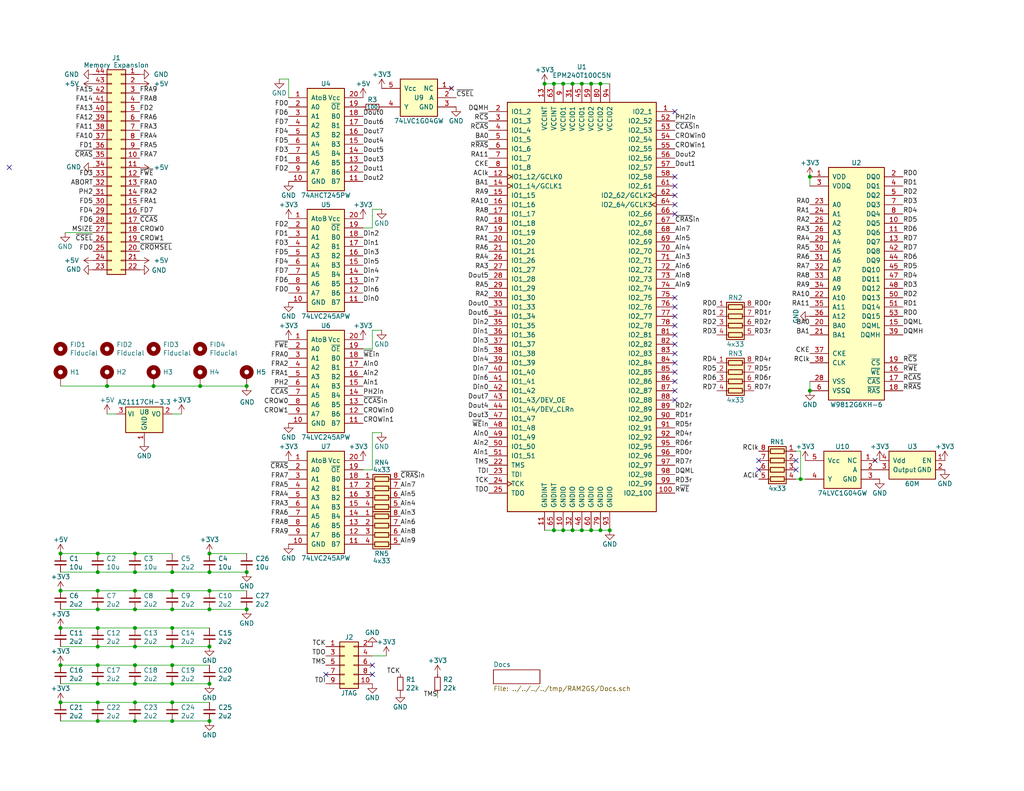
<source format=kicad_sch>
(kicad_sch (version 20230121) (generator eeschema)
  (paper "USLetter")
  (title_block (title "GW4201D (RAM2GS II)") (date "2021-03-02") (rev "1.2") (company "Garrett's Workshop"))
  (junction (at 57.15 186.69))
  (junction (at 26.67 166.37))
  (junction (at 46.99 176.53))
  (junction (at 67.31 166.37))
  (junction (at 46.99 186.69))
  (junction (at 36.83 156.21))
  (junction (at 220.98 48.26))
  (junction (at 16.51 151.13))
  (junction (at 46.99 161.29))
  (junction (at 26.67 181.61))
  (junction (at 57.15 161.29))
  (junction (at 26.67 151.13))
  (junction (at 46.99 196.85))
  (junction (at 57.15 166.37))
  (junction (at 26.67 191.77))
  (junction (at 36.83 181.61))
  (junction (at 29.21 105.41))
  (junction (at 148.59 22.86))
  (junction (at 46.99 171.45))
  (junction (at 67.31 105.41))
  (junction (at 153.67 22.86))
  (junction (at 26.67 186.69))
  (junction (at 26.67 161.29))
  (junction (at 26.67 176.53))
  (junction (at 46.99 181.61))
  (junction (at 161.29 22.86))
  (junction (at 163.83 144.78))
  (junction (at 46.99 191.77))
  (junction (at 36.83 186.69))
  (junction (at 57.15 196.85))
  (junction (at 16.51 161.29))
  (junction (at 57.15 151.13))
  (junction (at 220.98 106.68))
  (junction (at 54.61 105.41))
  (junction (at 26.67 171.45))
  (junction (at 36.83 166.37))
  (junction (at 46.99 156.21))
  (junction (at 36.83 196.85))
  (junction (at 151.13 144.78))
  (junction (at 156.21 22.86))
  (junction (at 36.83 176.53))
  (junction (at 156.21 144.78))
  (junction (at 36.83 151.13))
  (junction (at 163.83 22.86))
  (junction (at 153.67 144.78))
  (junction (at 57.15 176.53))
  (junction (at 158.75 144.78))
  (junction (at 26.67 196.85))
  (junction (at 218.44 130.81))
  (junction (at 36.83 171.45))
  (junction (at 161.29 144.78))
  (junction (at 166.37 144.78))
  (junction (at 151.13 22.86))
  (junction (at 46.99 166.37))
  (junction (at 26.67 156.21))
  (junction (at 36.83 161.29))
  (junction (at 57.15 156.21))
  (junction (at 41.91 105.41))
  (junction (at 158.75 22.86))
  (junction (at 67.31 156.21))
  (junction (at 16.51 191.77))
  (junction (at 16.51 171.45))
  (junction (at 36.83 191.77))
  (junction (at 16.51 181.61))
  (no_connect (at 184.15 99.06))
  (no_connect (at 101.6 184.15))
  (no_connect (at 184.15 88.9))
  (no_connect (at 184.15 83.82))
  (no_connect (at 184.15 58.42))
  (no_connect (at 184.15 93.98))
  (no_connect (at 184.15 101.6))
  (no_connect (at 184.15 48.26))
  (no_connect (at 217.17 125.73))
  (no_connect (at 184.15 106.68))
  (no_connect (at 184.15 104.14))
  (no_connect (at 184.15 96.52))
  (no_connect (at 238.76 125.73))
  (no_connect (at 184.15 86.36))
  (no_connect (at 184.15 91.44))
  (no_connect (at 184.15 30.48))
  (no_connect (at 184.15 53.34))
  (no_connect (at 184.15 109.22))
  (no_connect (at 184.15 81.28))
  (no_connect (at 101.6 181.61))
  (no_connect (at 217.17 128.27))
  (no_connect (at 184.15 50.8))
  (no_connect (at 207.01 128.27))
  (no_connect (at 2.54 45.72))
  (no_connect (at 207.01 125.73))
  (no_connect (at 123.19 24.13))
  (no_connect (at 88.9 184.15))
  (no_connect (at 184.15 55.88))
  (wire (pts (xy 46.99 181.61) (xy 57.15 181.61)))
  (wire (pts (xy 29.21 105.41) (xy 41.91 105.41)))
  (wire (pts (xy 26.67 176.53) (xy 36.83 176.53)))
  (wire (pts (xy 46.99 161.29) (xy 57.15 161.29)))
  (wire (pts (xy 36.83 156.21) (xy 46.99 156.21)))
  (wire (pts (xy 218.44 123.19) (xy 217.17 123.19)))
  (wire (pts (xy 36.83 166.37) (xy 46.99 166.37)))
  (wire (pts (xy 17.78 63.5) (xy 25.4 63.5)))
  (wire (pts (xy 16.51 191.77) (xy 26.67 191.77)))
  (wire (pts (xy 41.91 105.41) (xy 54.61 105.41)))
  (wire (pts (xy 16.51 161.29) (xy 26.67 161.29)))
  (wire (pts (xy 36.83 196.85) (xy 46.99 196.85)))
  (wire (pts (xy 217.17 130.81) (xy 218.44 130.81)))
  (wire (pts (xy 218.44 130.81) (xy 218.44 123.19)))
  (wire (pts (xy 67.31 161.29) (xy 57.15 161.29)))
  (wire (pts (xy 158.75 144.78) (xy 161.29 144.78)))
  (wire (pts (xy 46.99 171.45) (xy 57.15 171.45)))
  (wire (pts (xy 26.67 161.29) (xy 36.83 161.29)))
  (wire (pts (xy 36.83 151.13) (xy 46.99 151.13)))
  (wire (pts (xy 36.83 186.69) (xy 46.99 186.69)))
  (wire (pts (xy 220.98 106.68) (xy 220.98 104.14)))
  (wire (pts (xy 26.67 196.85) (xy 36.83 196.85)))
  (wire (pts (xy 153.67 144.78) (xy 156.21 144.78)))
  (wire (pts (xy 26.67 151.13) (xy 36.83 151.13)))
  (wire (pts (xy 105.41 179.07) (xy 101.6 179.07)))
  (wire (pts (xy 119.38 190.5) (xy 119.38 189.23)))
  (wire (pts (xy 16.51 186.69) (xy 26.67 186.69)))
  (wire (pts (xy 16.51 151.13) (xy 26.67 151.13)))
  (wire (pts (xy 16.51 171.45) (xy 26.67 171.45)))
  (wire (pts (xy 57.15 166.37) (xy 67.31 166.37)))
  (wire (pts (xy 57.15 156.21) (xy 67.31 156.21)))
  (wire (pts (xy 46.99 186.69) (xy 57.15 186.69)))
  (wire (pts (xy 16.51 166.37) (xy 26.67 166.37)))
  (wire (pts (xy 158.75 22.86) (xy 161.29 22.86)))
  (wire (pts (xy 46.99 156.21) (xy 57.15 156.21)))
  (wire (pts (xy 101.6 95.25) (xy 101.6 90.17)))
  (wire (pts (xy 46.99 191.77) (xy 57.15 191.77)))
  (wire (pts (xy 36.83 181.61) (xy 46.99 181.61)))
  (wire (pts (xy 101.6 90.17) (xy 104.14 90.17)))
  (wire (pts (xy 148.59 22.86) (xy 151.13 22.86)))
  (wire (pts (xy 46.99 176.53) (xy 57.15 176.53)))
  (wire (pts (xy 26.67 186.69) (xy 36.83 186.69)))
  (wire (pts (xy 156.21 144.78) (xy 158.75 144.78)))
  (wire (pts (xy 151.13 144.78) (xy 153.67 144.78)))
  (wire (pts (xy 101.6 95.25) (xy 99.06 95.25)))
  (wire (pts (xy 46.99 166.37) (xy 57.15 166.37)))
  (wire (pts (xy 101.6 62.23) (xy 99.06 62.23)))
  (wire (pts (xy 46.99 196.85) (xy 57.15 196.85)))
  (wire (pts (xy 153.67 22.86) (xy 156.21 22.86)))
  (wire (pts (xy 101.6 57.15) (xy 104.14 57.15)))
  (wire (pts (xy 78.74 26.67) (xy 78.74 21.59)))
  (wire (pts (xy 16.51 181.61) (xy 26.67 181.61)))
  (wire (pts (xy 156.21 22.86) (xy 158.75 22.86)))
  (wire (pts (xy 161.29 22.86) (xy 163.83 22.86)))
  (wire (pts (xy 151.13 22.86) (xy 153.67 22.86)))
  (wire (pts (xy 26.67 171.45) (xy 36.83 171.45)))
  (wire (pts (xy 220.98 48.26) (xy 220.98 50.8)))
  (wire (pts (xy 26.67 181.61) (xy 36.83 181.61)))
  (wire (pts (xy 36.83 171.45) (xy 46.99 171.45)))
  (wire (pts (xy 161.29 144.78) (xy 163.83 144.78)))
  (wire (pts (xy 101.6 62.23) (xy 101.6 57.15)))
  (wire (pts (xy 26.67 166.37) (xy 36.83 166.37)))
  (wire (pts (xy 26.67 191.77) (xy 36.83 191.77)))
  (wire (pts (xy 163.83 144.78) (xy 166.37 144.78)))
  (wire (pts (xy 101.6 118.11) (xy 104.14 118.11)))
  (wire (pts (xy 29.21 113.03) (xy 31.75 113.03)))
  (wire (pts (xy 16.51 176.53) (xy 26.67 176.53)))
  (wire (pts (xy 16.51 105.41) (xy 29.21 105.41)))
  (wire (pts (xy 16.51 196.85) (xy 26.67 196.85)))
  (wire (pts (xy 67.31 151.13) (xy 57.15 151.13)))
  (wire (pts (xy 218.44 130.81) (xy 219.71 130.81)))
  (wire (pts (xy 26.67 156.21) (xy 36.83 156.21)))
  (wire (pts (xy 148.59 144.78) (xy 151.13 144.78)))
  (wire (pts (xy 163.83 22.86) (xy 166.37 22.86)))
  (wire (pts (xy 16.51 156.21) (xy 26.67 156.21)))
  (wire (pts (xy 101.6 118.11) (xy 101.6 128.27)))
  (wire (pts (xy 36.83 161.29) (xy 46.99 161.29)))
  (wire (pts (xy 49.53 113.03) (xy 46.99 113.03)))
  (wire (pts (xy 36.83 191.77) (xy 46.99 191.77)))
  (wire (pts (xy 36.83 176.53) (xy 46.99 176.53)))
  (wire (pts (xy 101.6 128.27) (xy 99.06 128.27)))
  (wire (pts (xy 78.74 21.59) (xy 76.2 21.59)))
  (wire (pts (xy 54.61 105.41) (xy 67.31 105.41)))
  (label "Din7" (at 133.35 101.6 180))
  (label "CROW0" (at 78.74 110.49 180))
  (label "ABORT" (at 25.4 50.8 180))
  (label "~{CCAS}" (at 78.74 107.95 180))
  (label "RA9" (at 133.35 53.34 180))
  (label "FRA2" (at 78.74 100.33 180))
  (label "FD3" (at 78.74 67.31 180))
  (label "~{CRAS}in" (at 184.15 60.96 0))
  (label "MSIZE" (at 25.4 63.5 180))
  (label "Ain3" (at 109.22 140.97 0))
  (label "~{CRAS}" (at 78.74 128.27 180))
  (label "Dout1" (at 99.06 46.99 0))
  (label "CROW1" (at 38.1 66.04 0))
  (label "RD6" (at 195.58 104.14 180))
  (label "FRA3" (at 38.1 35.56 0))
  (label "RD3" (at 246.38 55.88 0))
  (label "BA1" (at 220.98 91.44 180))
  (label "RD6" (at 246.38 71.12 0))
  (label "FRA0" (at 38.1 50.8 0))
  (label "FD5" (at 78.74 69.85 180))
  (label "RD5" (at 246.38 73.66 0))
  (label "RA7" (at 133.35 63.5 180))
  (label "FRA7" (at 38.1 43.18 0))
  (label "Din0" (at 133.35 106.68 180))
  (label "Dout5" (at 99.06 41.91 0))
  (label "~{FWE}" (at 78.74 95.25 180))
  (label "RD0" (at 246.38 86.36 0))
  (label "RA9" (at 220.98 78.74 180))
  (label "~{FWE}" (at 38.1 48.26 0))
  (label "FRA3" (at 78.74 138.43 180))
  (label "~{CCAS}" (at 38.1 60.96 0))
  (label "RD2r" (at 205.74 88.9 0))
  (label "Ain3" (at 184.15 71.12 0))
  (label "RA2" (at 133.35 81.28 180))
  (label "AClk" (at 207.01 130.81 180))
  (label "RD4" (at 195.58 99.06 180))
  (label "CKE" (at 220.98 96.52 180))
  (label "FD5" (at 25.4 55.88 180))
  (label "Din5" (at 99.06 72.39 0))
  (label "~{CROMSEL}" (at 38.1 68.58 0))
  (label "RA4" (at 220.98 66.04 180))
  (label "CROWin1" (at 99.06 115.57 0))
  (label "FRA9" (at 38.1 25.4 0))
  (label "DQMH" (at 133.35 30.48 180))
  (label "Ain6" (at 109.22 143.51 0))
  (label "FD1" (at 78.74 64.77 180))
  (label "FD4" (at 25.4 58.42 180))
  (label "TCK" (at 133.35 132.08 180))
  (label "FRA8" (at 78.74 143.51 180))
  (label "RA0" (at 133.35 60.96 180))
  (label "PH2in" (at 99.06 107.95 0))
  (label "Dout4" (at 99.06 39.37 0))
  (label "FRA5" (at 38.1 40.64 0))
  (label "DQML" (at 246.38 88.9 0))
  (label "R~{RAS}" (at 246.38 106.68 0))
  (label "R~{WE}" (at 184.15 134.62 0))
  (label "RD4" (at 246.38 58.42 0))
  (label "CROW1" (at 78.74 113.03 180))
  (label "Din3" (at 133.35 93.98 180))
  (label "RD0" (at 195.58 83.82 180))
  (label "TCK" (at 88.9 176.53 180))
  (label "R~{CAS}" (at 133.35 35.56 180))
  (label "FD2" (at 78.74 46.99 180))
  (label "Ain8" (at 109.22 146.05 0))
  (label "~{CSEL}" (at 124.46 26.67 0))
  (label "FRA2" (at 38.1 53.34 0))
  (label "CKE" (at 133.35 45.72 180))
  (label "Ain2" (at 99.06 102.87 0))
  (label "CROW0" (at 38.1 63.5 0))
  (label "RD4r" (at 184.15 119.38 0))
  (label "R~{CS}" (at 133.35 33.02 180))
  (label "RA6" (at 220.98 71.12 180))
  (label "RA8" (at 133.35 58.42 180))
  (label "RD0r" (at 184.15 124.46 0))
  (label "FRA9" (at 78.74 146.05 180))
  (label "RD3r" (at 184.15 132.08 0))
  (label "FD1" (at 78.74 44.45 180))
  (label "Din4" (at 133.35 99.06 180))
  (label "RA11" (at 133.35 43.18 180))
  (label "Din6" (at 99.06 80.01 0))
  (label "Ain2" (at 133.35 121.92 180))
  (label "FRA6" (at 38.1 33.02 0))
  (label "RD7r" (at 184.15 127 0))
  (label "CROWin0" (at 99.06 113.03 0))
  (label "Dout5" (at 133.35 76.2 180))
  (label "RD6" (at 246.38 63.5 0))
  (label "FD3" (at 78.74 41.91 180))
  (label "RClk" (at 220.98 99.06 180))
  (label "~{CCAS}in" (at 184.15 35.56 0))
  (label "RD5r" (at 205.74 101.6 0))
  (label "FA15" (at 25.4 25.4 180))
  (label "RD1r" (at 184.15 114.3 0))
  (label "RD3r" (at 205.74 91.44 0))
  (label "Ain7" (at 184.15 63.5 0))
  (label "CROWin0" (at 184.15 38.1 0))
  (label "R~{CS}" (at 246.38 99.06 0))
  (label "Dout1" (at 184.15 45.72 0))
  (label "RA5" (at 133.35 78.74 180))
  (label "Ain5" (at 184.15 66.04 0))
  (label "Din7" (at 99.06 77.47 0))
  (label "FD6" (at 25.4 60.96 180))
  (label "Din1" (at 133.35 91.44 180))
  (label "Dout0" (at 133.35 83.82 180))
  (label "Din6" (at 133.35 104.14 180))
  (label "RA10" (at 220.98 81.28 180))
  (label "AClk" (at 133.35 48.26 180))
  (label "R~{WE}" (at 246.38 101.6 0))
  (label "FA11" (at 25.4 35.56 180))
  (label "DQMH" (at 246.38 91.44 0))
  (label "RD5" (at 246.38 60.96 0))
  (label "TDO" (at 88.9 179.07 180))
  (label "RD2" (at 195.58 88.9 180))
  (label "FD2" (at 78.74 62.23 180))
  (label "FD7" (at 78.74 34.29 180))
  (label "RD2" (at 246.38 81.28 0))
  (label "FRA0" (at 78.74 97.79 180))
  (label "FD0" (at 25.4 68.58 180))
  (label "~{CRAS}" (at 25.4 43.18 180))
  (label "Ain1" (at 133.35 124.46 180))
  (label "Din2" (at 133.35 88.9 180))
  (label "Din4" (at 99.06 74.93 0))
  (label "RA7" (at 220.98 73.66 180))
  (label "Ain0" (at 133.35 119.38 180))
  (label "Din2" (at 99.06 64.77 0))
  (label "FD5" (at 78.74 39.37 180))
  (label "BA0" (at 220.98 88.9 180))
  (label "FRA5" (at 78.74 133.35 180))
  (label "FA13" (at 25.4 30.48 180))
  (label "RD4r" (at 205.74 99.06 0))
  (label "TMS" (at 88.9 181.61 180))
  (label "RClk" (at 207.01 123.19 180))
  (label "TMS" (at 119.38 190.5 180))
  (label "RD1" (at 195.58 86.36 180))
  (label "RD7r" (at 205.74 106.68 0))
  (label "FD0" (at 78.74 29.21 180))
  (label "RD2" (at 246.38 53.34 0))
  (label "~{WE}in" (at 133.35 116.84 180))
  (label "Ain8" (at 184.15 76.2 0))
  (label "TDI" (at 88.9 186.69 180))
  (label "RA3" (at 220.98 63.5 180))
  (label "FD7" (at 38.1 58.42 0))
  (label "FD7" (at 78.74 74.93 180))
  (label "FRA1" (at 78.74 102.87 180))
  (label "TMS" (at 133.35 127 180))
  (label "FD4" (at 78.74 36.83 180))
  (label "Din3" (at 99.06 69.85 0))
  (label "PH2" (at 78.74 105.41 180))
  (label "FD6" (at 78.74 31.75 180))
  (label "FD1" (at 25.4 40.64 180))
  (label "FRA4" (at 38.1 38.1 0))
  (label "FRA7" (at 78.74 130.81 180))
  (label "FRA6" (at 78.74 140.97 180))
  (label "Dout6" (at 133.35 86.36 180))
  (label "RA5" (at 220.98 68.58 180))
  (label "RD3" (at 246.38 78.74 0))
  (label "RA10" (at 133.35 55.88 180))
  (label "RA6" (at 133.35 68.58 180))
  (label "TDO" (at 133.35 134.62 180))
  (label "Dout2" (at 99.06 49.53 0))
  (label "Dout2" (at 184.15 43.18 0))
  (label "RD2r" (at 184.15 111.76 0))
  (label "PH2" (at 25.4 53.34 180))
  (label "Dout7" (at 99.06 36.83 0))
  (label "TCK" (at 109.22 184.15 180))
  (label "RA2" (at 220.98 60.96 180))
  (label "FRA4" (at 78.74 135.89 180))
  (label "RA1" (at 220.98 58.42 180))
  (label "Ain6" (at 184.15 73.66 0))
  (label "RA8" (at 220.98 76.2 180))
  (label "RD0r" (at 205.74 83.82 0))
  (label "Dout3" (at 133.35 114.3 180))
  (label "Dout0" (at 99.06 31.75 0))
  (label "RD6r" (at 184.15 121.92 0))
  (label "Dout6" (at 99.06 34.29 0))
  (label "RD7" (at 246.38 66.04 0))
  (label "RD1r" (at 205.74 86.36 0))
  (label "Ain5" (at 109.22 135.89 0))
  (label "FD0" (at 78.74 80.01 180))
  (label "RA11" (at 220.98 83.82 180))
  (label "PH2in" (at 184.15 33.02 0))
  (label "FD4" (at 78.74 72.39 180))
  (label "R~{CAS}" (at 246.38 104.14 0))
  (label "FD6" (at 78.74 77.47 180))
  (label "Ain7" (at 109.22 133.35 0))
  (label "FA12" (at 25.4 33.02 180))
  (label "Ain9" (at 109.22 148.59 0))
  (label "RD3" (at 195.58 91.44 180))
  (label "FD2" (at 38.1 30.48 0))
  (label "FD3" (at 25.4 48.26 180))
  (label "Dout4" (at 133.35 111.76 180))
  (label "RD6r" (at 205.74 104.14 0))
  (label "RD4" (at 246.38 76.2 0))
  (label "~{CRAS}in" (at 109.22 130.81 0))
  (label "RA4" (at 133.35 71.12 180))
  (label "RD5" (at 195.58 101.6 180))
  (label "Ain0" (at 99.06 100.33 0))
  (label "RD1" (at 246.38 50.8 0))
  (label "Dout3" (at 99.06 44.45 0))
  (label "RD7" (at 195.58 106.68 180))
  (label "DQML" (at 184.15 129.54 0))
  (label "FRA8" (at 38.1 27.94 0))
  (label "CROWin1" (at 184.15 40.64 0))
  (label "TDI" (at 133.35 129.54 180))
  (label "Ain9" (at 184.15 78.74 0))
  (label "FRA1" (at 38.1 55.88 0))
  (label "FA14" (at 25.4 27.94 180))
  (label "RA3" (at 133.35 73.66 180))
  (label "Ain4" (at 109.22 138.43 0))
  (label "FA10" (at 25.4 38.1 180))
  (label "RD0" (at 246.38 48.26 0))
  (label "~{CSEL}" (at 25.4 66.04 180))
  (label "BA0" (at 133.35 38.1 180))
  (label "~{CCAS}in" (at 99.06 110.49 0))
  (label "Din0" (at 99.06 82.55 0))
  (label "Din5" (at 133.35 96.52 180))
  (label "Ain4" (at 184.15 68.58 0))
  (label "~{WE}in" (at 99.06 97.79 0))
  (label "RA1" (at 133.35 66.04 180))
  (label "Din1" (at 99.06 67.31 0))
  (label "R~{RAS}" (at 133.35 40.64 180))
  (label "RD1" (at 246.38 83.82 0))
  (label "Dout7" (at 133.35 109.22 180))
  (label "BA1" (at 133.35 50.8 180))
  (label "RD5r" (at 184.15 116.84 0))
  (label "RD7" (at 246.38 68.58 0))
  (label "Ain1" (at 99.06 105.41 0))
  (label "RA0" (at 220.98 55.88 180))
  (symbol (lib_id "Connector_Generic:Conn_02x22_Counter_Clockwise") (at 33.02 45.72 0) (mirror y) (unit 1)
    (property "Reference" "J1" (at 31.75 16.51 0) (effects (justify bottom)))
    (property "Value" "Memory Expansion" (at 31.75 17.78 0))
    (property "Footprint" "stdpads:AppleIIgsMemoryExpansion_Edge" (effects hide))
  )
  (symbol (lib_id "power:GND") (at 38.1 20.32 90) (mirror x) (unit 1)
    (property "Reference" "#PWR0101" (effects hide))
    (property "Value" "GND" (at 41.91 20.32 90) (effects (justify right)))
  )
  (symbol (lib_id "power:GND") (at 25.4 20.32 270) (mirror x) (unit 1)
    (property "Reference" "#PWR0102" (effects hide))
    (property "Value" "GND" (at 21.59 20.32 90) (effects (justify right)))
  )
  (symbol (lib_id "power:GND") (at 25.4 73.66 270) (mirror x) (unit 1)
    (property "Reference" "#PWR0103" (effects hide))
    (property "Value" "GND" (at 22.1488 73.533 90) (effects (justify right)))
  )
  (symbol (lib_id "power:GND") (at 38.1 73.66 90) (mirror x) (unit 1)
    (property "Reference" "#PWR0104" (effects hide))
    (property "Value" "GND" (at 41.3512 73.787 90) (effects (justify right)))
  )
  (symbol (lib_id "power:+5V") (at 38.1 22.86 270) (mirror x) (unit 1)
    (property "Reference" "#PWR0105" (effects hide))
    (property "Value" "+5V" (at 41.91 22.86 90) (effects (justify left)))
  )
  (symbol (lib_id "power:+5V") (at 25.4 22.86 90) (mirror x) (unit 1)
    (property "Reference" "#PWR0106" (effects hide))
    (property "Value" "+5V" (at 21.59 22.86 90) (effects (justify left)))
  )
  (symbol (lib_id "power:+5V") (at 38.1 71.12 270) (mirror x) (unit 1)
    (property "Reference" "#PWR0107" (effects hide))
    (property "Value" "+5V" (at 41.91 71.12 90) (effects (justify left)))
  )
  (symbol (lib_id "power:+5V") (at 25.4 71.12 90) (mirror x) (unit 1)
    (property "Reference" "#PWR0108" (effects hide))
    (property "Value" "+5V" (at 21.59 71.12 90) (effects (justify left)))
  )
  (symbol (lib_id "power:+5V") (at 38.1 45.72 270) (mirror x) (unit 1)
    (property "Reference" "#PWR0109" (effects hide))
    (property "Value" "+5V" (at 41.91 45.72 90) (effects (justify left)))
  )
  (symbol (lib_id "power:GND") (at 25.4 45.72 270) (mirror x) (unit 1)
    (property "Reference" "#PWR0110" (effects hide))
    (property "Value" "GND" (at 22.1488 45.593 90) (effects (justify right)))
  )
  (symbol (lib_id "Mechanical:MountingHole") (at 16.51 95.25 0) (unit 1)
    (property "Reference" "FID1" (at 19.05 94.0816 0) (effects (justify left)))
    (property "Value" "Fiducial" (at 19.05 96.393 0) (effects (justify left)))
    (property "Footprint" "stdpads:Fiducial" (effects hide))
  )
  (symbol (lib_id "Mechanical:MountingHole") (at 29.21 95.25 0) (unit 1)
    (property "Reference" "FID2" (at 31.75 94.0816 0) (effects (justify left)))
    (property "Value" "Fiducial" (at 31.75 96.393 0) (effects (justify left)))
    (property "Footprint" "stdpads:Fiducial" (effects hide))
  )
  (symbol (lib_id "Mechanical:MountingHole") (at 41.91 95.25 0) (unit 1)
    (property "Reference" "FID3" (at 44.45 94.0816 0) (effects (justify left)))
    (property "Value" "Fiducial" (at 44.45 96.393 0) (effects (justify left)))
    (property "Footprint" "stdpads:Fiducial" (effects hide))
  )
  (symbol (lib_id "Mechanical:MountingHole") (at 54.61 95.25 0) (unit 1)
    (property "Reference" "FID4" (at 57.15 94.0816 0) (effects (justify left)))
    (property "Value" "Fiducial" (at 57.15 96.393 0) (effects (justify left)))
    (property "Footprint" "stdpads:Fiducial" (effects hide))
  )
  (symbol (lib_id "Mechanical:MountingHole_Pad") (at 16.51 102.87 0) (unit 1)
    (property "Reference" "H1" (at 19.05 101.5746 0) (effects (justify left)))
    (property "Value" " " (at 19.05 103.886 0) (effects (justify left)))
    (property "Footprint" "stdpads:PasteHole_1.152mm_NPTH" (effects hide))
  )
  (symbol (lib_id "Mechanical:MountingHole_Pad") (at 29.21 102.87 0) (unit 1)
    (property "Reference" "H2" (at 31.75 101.5746 0) (effects (justify left)))
    (property "Value" " " (at 31.75 103.886 0) (effects (justify left)))
    (property "Footprint" "stdpads:PasteHole_1.152mm_NPTH" (effects hide))
  )
  (symbol (lib_id "Mechanical:MountingHole_Pad") (at 41.91 102.87 0) (unit 1)
    (property "Reference" "H3" (at 44.45 101.5746 0) (effects (justify left)))
    (property "Value" " " (at 44.45 103.886 0) (effects (justify left)))
    (property "Footprint" "stdpads:PasteHole_1.1mm_PTH" (effects hide))
  )
  (symbol (lib_id "Mechanical:MountingHole_Pad") (at 54.61 102.87 0) (unit 1)
    (property "Reference" "H4" (at 57.15 101.5746 0) (effects (justify left)))
    (property "Value" " " (at 57.15 103.886 0) (effects (justify left)))
    (property "Footprint" "stdpads:PasteHole_1.152mm_NPTH" (effects hide))
  )
  (symbol (lib_id "RAM2GS-rescue:74245-GW_Logic") (at 88.9 38.1 0) (unit 1)
    (property "Reference" "U4" (at 88.9 22.86 0))
    (property "Value" "74AHCT245PW" (at 88.9 53.34 0))
    (property "Footprint" "stdpads:TSSOP-20_4.4x6.5mm_P0.65mm" (effects hide))
    (property "LCSC Part" "C173388" (effects hide))
  )
  (symbol (lib_id "RAM2GS-rescue:74245-GW_Logic") (at 88.9 71.12 0) (unit 1)
    (property "Reference" "U5" (at 88.9 55.88 0))
    (property "Value" "74LVC245APW" (at 88.9 86.36 0))
    (property "Footprint" "stdpads:TSSOP-20_4.4x6.5mm_P0.65mm" (effects hide))
    (property "LCSC Part" "C6082" (effects hide))
  )
  (symbol (lib_id "RAM2GS-rescue:74245-GW_Logic") (at 88.9 104.14 0) (unit 1)
    (property "Reference" "U6" (at 88.9 88.9 0))
    (property "Value" "74LVC245APW" (at 88.9 119.38 0))
    (property "Footprint" "stdpads:TSSOP-20_4.4x6.5mm_P0.65mm" (effects hide))
    (property "LCSC Part" "C6082" (effects hide))
  )
  (symbol (lib_id "RAM2GS-rescue:74245-GW_Logic") (at 88.9 137.16 0) (unit 1)
    (property "Reference" "U7" (at 88.9 121.92 0))
    (property "Value" "74LVC245APW" (at 88.9 152.4 0))
    (property "Footprint" "stdpads:TSSOP-20_4.4x6.5mm_P0.65mm" (effects hide))
    (property "LCSC Part" "C6082" (effects hide))
  )
  (symbol (lib_id "power:GND") (at 78.74 115.57 0) (mirror y) (unit 1)
    (property "Reference" "#PWR0111" (effects hide))
    (property "Value" "GND" (at 78.74 119.38 0))
  )
  (symbol (lib_id "power:GND") (at 78.74 148.59 0) (mirror y) (unit 1)
    (property "Reference" "#PWR0112" (effects hide))
    (property "Value" "GND" (at 78.74 152.4 0))
  )
  (symbol (lib_id "power:GND") (at 78.74 82.55 0) (mirror y) (unit 1)
    (property "Reference" "#PWR0114" (effects hide))
    (property "Value" "GND" (at 78.74 86.36 0))
  )
  (symbol (lib_id "power:GND") (at 78.74 49.53 0) (mirror y) (unit 1)
    (property "Reference" "#PWR0115" (effects hide))
    (property "Value" "GND" (at 78.74 53.34 0))
  )
  (symbol (lib_id "power:GND") (at 76.2 21.59 0) (unit 1)
    (property "Reference" "#PWR0117" (effects hide))
    (property "Value" "GND" (at 76.2 25.4 0))
  )
  (symbol (lib_id "power:+3V3") (at 78.74 125.73 0) (unit 1)
    (property "Reference" "#PWR0118" (effects hide))
    (property "Value" "+3V3" (at 78.74 121.92 0))
  )
  (symbol (lib_id "power:+3V3") (at 99.06 125.73 0) (unit 1)
    (property "Reference" "#PWR0119" (effects hide))
    (property "Value" "+3V3" (at 97.79 121.92 0))
  )
  (symbol (lib_id "power:+3V3") (at 99.06 92.71 0) (unit 1)
    (property "Reference" "#PWR0120" (effects hide))
    (property "Value" "+3V3" (at 99.06 88.9 0))
  )
  (symbol (lib_id "power:+3V3") (at 99.06 59.69 0) (unit 1)
    (property "Reference" "#PWR0121" (effects hide))
    (property "Value" "+3V3" (at 99.06 55.88 0))
  )
  (symbol (lib_id "power:+3V3") (at 78.74 59.69 0) (unit 1)
    (property "Reference" "#PWR0122" (effects hide))
    (property "Value" "+3V3" (at 78.74 55.88 0))
  )
  (symbol (lib_id "power:+3V3") (at 78.74 92.71 0) (unit 1)
    (property "Reference" "#PWR0123" (effects hide))
    (property "Value" "+3V3" (at 78.74 88.9 0))
  )
  (symbol (lib_id "power:GND") (at 104.14 90.17 0) (mirror y) (unit 1)
    (property "Reference" "#PWR0124" (effects hide))
    (property "Value" "GND" (at 104.14 93.98 0))
  )
  (symbol (lib_id "power:GND") (at 104.14 57.15 0) (mirror y) (unit 1)
    (property "Reference" "#PWR0125" (effects hide))
    (property "Value" "GND" (at 104.14 60.96 0))
  )
  (symbol (lib_id "power:GND") (at 104.14 118.11 0) (mirror y) (unit 1)
    (property "Reference" "#PWR0126" (effects hide))
    (property "Value" "GND" (at 104.14 121.92 0))
  )
  (symbol (lib_id "RAM2GS-rescue:SDRAM-16Mx16-TSOP2-54-GW_RAM") (at 233.68 73.66 0) (unit 1)
    (property "Reference" "U2" (at 233.68 44.45 0))
    (property "Value" "W9812G6KH-6" (at 233.68 110.49 0))
    (property "Footprint" "stdpads:TSOP-II-54_22.2x10.16mm_P0.8mm" (effects hide))
    (property "LCSC Part" "C62379" (effects hide))
  )
  (symbol (lib_id "RAM2GS-rescue:Oscillator_4P-GW_Logic") (at 248.92 128.27 0) (mirror y) (unit 1)
    (property "Reference" "U3" (at 248.92 121.92 0))
    (property "Value" "60M" (at 248.92 132.08 0))
    (property "Footprint" "stdpads:Crystal_SMD_7050-4Pin_7.0x5.0mm_SiTime" (effects hide))
    (property "LCSC Part" "C26255" (effects hide))
  )
  (symbol (lib_id "power:GND") (at 257.81 128.27 0) (unit 1)
    (property "Reference" "#PWR0128" (effects hide))
    (property "Value" "GND" (at 257.81 132.08 0))
  )
  (symbol (lib_id "power:+3V3") (at 257.81 125.73 0) (mirror y) (unit 1)
    (property "Reference" "#PWR0129" (effects hide))
    (property "Value" "+3V3" (at 257.81 121.92 0))
  )
  (symbol (lib_id "Device:R_Pack04") (at 212.09 128.27 90) (mirror x) (unit 1)
    (property "Reference" "RN1" (at 212.09 120.65 90))
    (property "Value" "4x33" (at 212.09 133.35 90))
    (property "Footprint" "stdpads:R4_0402" (effects hide))
    (property "LCSC Part" "C25501" (effects hide))
  )
  (symbol (lib_id "power:GND") (at 220.98 106.68 0) (mirror y) (unit 1)
    (property "Reference" "#PWR0130" (effects hide))
    (property "Value" "GND" (at 220.98 110.49 0))
  )
  (symbol (lib_id "power:+3V3") (at 220.98 48.26 0) (unit 1)
    (property "Reference" "#PWR0131" (effects hide))
    (property "Value" "+3V3" (at 220.98 44.45 0))
  )
  (symbol (lib_id "Regulator_Linear:LD1117S33TR_SOT223") (at 39.37 113.03 0) (unit 1)
    (property "Reference" "U8" (at 39.37 111.76 0) (effects (justify top)))
    (property "Value" "AZ1117CH-3.3" (at 39.37 110.49 0) (effects (justify bottom)))
    (property "Footprint" "stdpads:SOT-223" (effects hide))
    (property "Datasheet" "http://www.st.com/st-web-ui/static/active/en/resource/technical/document/datasheet/CD00000544.pdf" (effects hide))
    (property "LCSC Part" "C92102" (effects hide))
  )
  (symbol (lib_id "power:GND") (at 39.37 120.65 0) (mirror y) (unit 1)
    (property "Reference" "#PWR0132" (effects hide))
    (property "Value" "GND" (at 39.37 124.46 0))
  )
  (symbol (lib_id "power:+3V3") (at 49.53 113.03 0) (unit 1)
    (property "Reference" "#PWR0133" (effects hide))
    (property "Value" "+3V3" (at 49.53 109.22 0))
  )
  (symbol (lib_id "power:+5V") (at 29.21 113.03 0) (mirror y) (unit 1)
    (property "Reference" "#PWR0134" (effects hide))
    (property "Value" "+5V" (at 29.21 109.22 0))
  )
  (symbol (lib_id "RAM2GS-rescue:EPM240T100-GW_PLD") (at 158.75 83.82 0) (unit 1)
    (property "Reference" "U1" (at 158.75 18.2626 0))
    (property "Value" "EPM240T100C5N" (at 158.75 20.574 0))
    (property "Footprint" "stdpads:TQFP-100_14x14mm_P0.5mm" (effects hide))
    (property "Datasheet" "https://www.altera.com/content/dam/altera-www/global/en_US/pdfs/literature/hb/max2/max2_mii5v1.pdf" (effects hide))
    (property "LCSC Part" "C10041" (effects hide))
  )
  (symbol (lib_id "power:+3V3") (at 148.59 22.86 0) (unit 1)
    (property "Reference" "#PWR0135" (effects hide))
    (property "Value" "+3V3" (at 148.59 19.05 0))
  )
  (symbol (lib_id "power:GND") (at 166.37 144.78 0) (mirror y) (unit 1)
    (property "Reference" "#PWR0136" (effects hide))
    (property "Value" "GND" (at 166.37 148.59 0))
  )
  (symbol (lib_id "RAM2GS-rescue:741G04GW-GW_Logic") (at 229.87 128.27 0) (mirror y) (unit 1)
    (property "Reference" "U10" (at 229.87 121.92 0))
    (property "Value" "74LVC1G04GW" (at 229.87 134.62 0))
    (property "Footprint" "stdpads:SOT-353" (effects hide))
    (property "LCSC Part" "C10237" (effects hide))
  )
  (symbol (lib_id "power:+3V3") (at 219.71 125.73 0) (mirror y) (unit 1)
    (property "Reference" "#PWR0156" (effects hide))
    (property "Value" "+3V3" (at 219.71 121.92 0))
  )
  (symbol (lib_id "RAM2GS-rescue:741G04GW-GW_Logic") (at 114.3 26.67 0) (mirror y) (unit 1)
    (property "Reference" "U9" (at 114.3 26.67 0))
    (property "Value" "74LVC1G04GW" (at 114.3 33.02 0))
    (property "Footprint" "stdpads:SOT-353" (effects hide))
    (property "LCSC Part" "C10237" (effects hide))
  )
  (symbol (lib_id "power:GND") (at 124.46 29.21 0) (mirror y) (unit 1)
    (property "Reference" "#PWR0116" (effects hide))
    (property "Value" "GND" (at 124.46 33.02 0))
  )
  (symbol (lib_id "power:GND") (at 240.03 130.81 0) (mirror y) (unit 1)
    (property "Reference" "#PWR0127" (effects hide))
    (property "Value" "GND" (at 240.03 134.62 0))
  )
  (symbol (lib_id "power:+3V3") (at 240.03 125.73 0) (mirror y) (unit 1)
    (property "Reference" "#PWR0149" (effects hide))
    (property "Value" "+3V3" (at 240.03 121.92 0))
  )
  (symbol (lib_id "Device:R_Pack04") (at 200.66 88.9 270) (unit 1)
    (property "Reference" "RN2" (at 200.66 81.28 90))
    (property "Value" "4x33" (at 200.66 93.98 90))
    (property "Footprint" "stdpads:R4_0402" (effects hide))
    (property "LCSC Part" "C25501" (effects hide))
  )
  (symbol (lib_id "Device:R_Pack04") (at 200.66 104.14 270) (unit 1)
    (property "Reference" "RN3" (at 200.66 96.52 90))
    (property "Value" "4x33" (at 200.66 109.22 90))
    (property "Footprint" "stdpads:R4_0402" (effects hide))
    (property "LCSC Part" "C25501" (effects hide))
  )
  (symbol (lib_id "Connector_Generic:Conn_02x05_Odd_Even") (at 93.98 181.61 0) (unit 1)
    (property "Reference" "J2" (at 95.25 173.99 0))
    (property "Value" "JTAG" (at 95.25 189.23 0))
    (property "Footprint" "Connector:Tag-Connect_TC2050-IDC-FP_2x05_P1.27mm_Vertical" (effects hide))
  )
  (symbol (lib_id "power:GND") (at 101.6 186.69 0) (unit 1)
    (property "Reference" "#PWR0150" (effects hide))
    (property "Value" "GND" (at 101.6 190.5 0))
  )
  (symbol (lib_id "power:GND") (at 101.6 176.53 180) (unit 1)
    (property "Reference" "#PWR0151" (effects hide))
    (property "Value" "GND" (at 101.6 172.72 0))
  )
  (symbol (lib_id "power:+3V3") (at 105.41 179.07 0) (unit 1)
    (property "Reference" "#PWR0152" (effects hide))
    (property "Value" "+3V3" (at 105.41 175.26 0))
  )
  (symbol (lib_id "Device:R_Small") (at 109.22 186.69 0) (mirror y) (unit 1)
    (property "Reference" "R1" (at 110.7186 185.5216 0) (effects (justify right)))
    (property "Value" "22k" (at 110.7186 187.833 0) (effects (justify right)))
    (property "Footprint" "stdpads:R_0805" (effects hide))
    (property "LCSC Part" "C17560" (effects hide))
  )
  (symbol (lib_id "power:GND") (at 109.22 189.23 0) (unit 1)
    (property "Reference" "#PWR0153" (effects hide))
    (property "Value" "GND" (at 109.22 193.04 0))
  )
  (symbol (lib_id "Device:R_Small") (at 119.38 186.69 0) (unit 1)
    (property "Reference" "R2" (at 120.8786 185.5216 0) (effects (justify left)))
    (property "Value" "22k" (at 120.8786 187.833 0) (effects (justify left)))
    (property "Footprint" "stdpads:R_0805" (effects hide))
    (property "LCSC Part" "C17560" (effects hide))
  )
  (symbol (lib_id "power:+3V3") (at 119.38 184.15 0) (unit 1)
    (property "Reference" "#PWR0154" (effects hide))
    (property "Value" "+3V3" (at 119.38 180.34 0))
  )
  (symbol (lib_id "power:GND") (at 17.78 63.5 0) (mirror y) (unit 1)
    (property "Reference" "#PWR0155" (effects hide))
    (property "Value" "GND" (at 17.78 67.31 0))
  )
  (symbol (lib_id "Device:R_Pack04") (at 104.14 135.89 270) (unit 1)
    (property "Reference" "RN4" (at 104.14 127 90) (effects (justify bottom)))
    (property "Value" "4x33" (at 104.14 128.27 90))
    (property "Footprint" "stdpads:R4_0402" (effects hide))
    (property "LCSC Part" "C25501" (effects hide))
  )
  (symbol (lib_id "Device:R_Pack04") (at 104.14 146.05 270) (unit 1)
    (property "Reference" "RN5" (at 104.14 151.13 90))
    (property "Value" "4x33" (at 104.14 152.4 90) (effects (justify top)))
    (property "Footprint" "stdpads:R4_0402" (effects hide))
    (property "LCSC Part" "C25501" (effects hide))
  )
  (symbol (lib_id "power:GND") (at 67.31 156.21 0) (mirror y) (unit 1)
    (property "Reference" "#PWR0137" (effects hide))
    (property "Value" "GND" (at 67.31 160.02 0))
  )
  (symbol (lib_id "power:+5V") (at 16.51 151.13 0) (mirror y) (unit 1)
    (property "Reference" "#PWR0138" (effects hide))
    (property "Value" "+5V" (at 16.51 147.32 0))
  )
  (symbol (lib_id "power:+3V3") (at 16.51 161.29 0) (unit 1)
    (property "Reference" "#PWR0139" (effects hide))
    (property "Value" "+3V3" (at 16.51 157.48 0))
  )
  (symbol (lib_id "power:GND") (at 67.31 166.37 0) (mirror y) (unit 1)
    (property "Reference" "#PWR0140" (effects hide))
    (property "Value" "GND" (at 67.31 170.18 0))
  )
  (symbol (lib_id "power:+3V3") (at 16.51 171.45 0) (unit 1)
    (property "Reference" "#PWR0141" (effects hide))
    (property "Value" "+3V3" (at 16.51 167.64 0))
  )
  (symbol (lib_id "power:GND") (at 57.15 176.53 0) (mirror y) (unit 1)
    (property "Reference" "#PWR0142" (effects hide))
    (property "Value" "GND" (at 57.15 180.34 0))
  )
  (symbol (lib_id "power:+3V3") (at 16.51 181.61 0) (unit 1)
    (property "Reference" "#PWR0143" (effects hide))
    (property "Value" "+3V3" (at 16.51 177.8 0))
  )
  (symbol (lib_id "power:GND") (at 57.15 186.69 0) (mirror y) (unit 1)
    (property "Reference" "#PWR0144" (effects hide))
    (property "Value" "GND" (at 57.15 190.5 0))
  )
  (symbol (lib_id "power:+3V3") (at 16.51 191.77 0) (unit 1)
    (property "Reference" "#PWR0145" (effects hide))
    (property "Value" "+3V3" (at 16.51 187.96 0))
  )
  (symbol (lib_id "power:GND") (at 57.15 196.85 0) (mirror y) (unit 1)
    (property "Reference" "#PWR0146" (effects hide))
    (property "Value" "GND" (at 57.15 200.66 0))
  )
  (symbol (lib_id "power:+3V3") (at 57.15 151.13 0) (unit 1)
    (property "Reference" "#PWR0147" (effects hide))
    (property "Value" "+3V3" (at 57.15 147.32 0))
  )
  (symbol (lib_id "Device:C_Small") (at 16.51 163.83 0) (unit 1)
    (property "Reference" "C6" (at 18.8468 162.6616 0) (effects (justify left)))
    (property "Value" "2u2" (at 18.8468 164.973 0) (effects (justify left)))
    (property "Footprint" "stdpads:C_0603" (effects hide))
    (property "LCSC Part" "C23630" (effects hide))
  )
  (symbol (lib_id "Device:C_Small") (at 26.67 163.83 0) (unit 1)
    (property "Reference" "C7" (at 29.0068 162.6616 0) (effects (justify left)))
    (property "Value" "2u2" (at 29.0068 164.973 0) (effects (justify left)))
    (property "Footprint" "stdpads:C_0603" (effects hide))
    (property "LCSC Part" "C23630" (effects hide))
  )
  (symbol (lib_id "Device:C_Small") (at 36.83 163.83 0) (unit 1)
    (property "Reference" "C8" (at 39.1668 162.6616 0) (effects (justify left)))
    (property "Value" "2u2" (at 39.1668 164.973 0) (effects (justify left)))
    (property "Footprint" "stdpads:C_0603" (effects hide))
    (property "LCSC Part" "C23630" (effects hide))
  )
  (symbol (lib_id "Device:C_Small") (at 46.99 163.83 0) (unit 1)
    (property "Reference" "C9" (at 49.3268 162.6616 0) (effects (justify left)))
    (property "Value" "2u2" (at 49.3268 164.973 0) (effects (justify left)))
    (property "Footprint" "stdpads:C_0603" (effects hide))
    (property "LCSC Part" "C23630" (effects hide))
  )
  (symbol (lib_id "Device:C_Small") (at 57.15 163.83 0) (unit 1)
    (property "Reference" "C10" (at 59.4868 162.6616 0) (effects (justify left)))
    (property "Value" "2u2" (at 59.4868 164.973 0) (effects (justify left)))
    (property "Footprint" "stdpads:C_0603" (effects hide))
    (property "LCSC Part" "C23630" (effects hide))
  )
  (symbol (lib_id "Device:C_Small") (at 16.51 173.99 0) (unit 1)
    (property "Reference" "C11" (at 18.8468 172.8216 0) (effects (justify left)))
    (property "Value" "2u2" (at 18.8468 175.133 0) (effects (justify left)))
    (property "Footprint" "stdpads:C_0603" (effects hide))
    (property "LCSC Part" "C23630" (effects hide))
  )
  (symbol (lib_id "Device:C_Small") (at 26.67 173.99 0) (unit 1)
    (property "Reference" "C12" (at 29.0068 172.8216 0) (effects (justify left)))
    (property "Value" "2u2" (at 29.0068 175.133 0) (effects (justify left)))
    (property "Footprint" "stdpads:C_0603" (effects hide))
    (property "LCSC Part" "C23630" (effects hide))
  )
  (symbol (lib_id "Device:C_Small") (at 36.83 173.99 0) (unit 1)
    (property "Reference" "C13" (at 39.1668 172.8216 0) (effects (justify left)))
    (property "Value" "2u2" (at 39.1668 175.133 0) (effects (justify left)))
    (property "Footprint" "stdpads:C_0603" (effects hide))
    (property "LCSC Part" "C23630" (effects hide))
  )
  (symbol (lib_id "Device:C_Small") (at 46.99 173.99 0) (unit 1)
    (property "Reference" "C14" (at 49.3268 172.8216 0) (effects (justify left)))
    (property "Value" "2u2" (at 49.3268 175.133 0) (effects (justify left)))
    (property "Footprint" "stdpads:C_0603" (effects hide))
    (property "LCSC Part" "C23630" (effects hide))
  )
  (symbol (lib_id "Device:C_Small") (at 57.15 173.99 0) (unit 1)
    (property "Reference" "C15" (at 59.4868 172.8216 0) (effects (justify left)))
    (property "Value" "2u2" (at 59.4868 175.133 0) (effects (justify left)))
    (property "Footprint" "stdpads:C_0603" (effects hide))
    (property "LCSC Part" "C23630" (effects hide))
  )
  (symbol (lib_id "Device:C_Small") (at 16.51 184.15 0) (unit 1)
    (property "Reference" "C16" (at 18.8468 182.9816 0) (effects (justify left)))
    (property "Value" "2u2" (at 18.8468 185.293 0) (effects (justify left)))
    (property "Footprint" "stdpads:C_0603" (effects hide))
    (property "LCSC Part" "C23630" (effects hide))
  )
  (symbol (lib_id "Device:C_Small") (at 26.67 184.15 0) (unit 1)
    (property "Reference" "C17" (at 29.0068 182.9816 0) (effects (justify left)))
    (property "Value" "2u2" (at 29.0068 185.293 0) (effects (justify left)))
    (property "Footprint" "stdpads:C_0603" (effects hide))
    (property "LCSC Part" "C23630" (effects hide))
  )
  (symbol (lib_id "Device:C_Small") (at 36.83 184.15 0) (unit 1)
    (property "Reference" "C18" (at 39.1668 182.9816 0) (effects (justify left)))
    (property "Value" "2u2" (at 39.1668 185.293 0) (effects (justify left)))
    (property "Footprint" "stdpads:C_0603" (effects hide))
    (property "LCSC Part" "C23630" (effects hide))
  )
  (symbol (lib_id "Device:C_Small") (at 46.99 184.15 0) (unit 1)
    (property "Reference" "C19" (at 49.3268 182.9816 0) (effects (justify left)))
    (property "Value" "2u2" (at 49.3268 185.293 0) (effects (justify left)))
    (property "Footprint" "stdpads:C_0603" (effects hide))
    (property "LCSC Part" "C23630" (effects hide))
  )
  (symbol (lib_id "Device:C_Small") (at 57.15 184.15 0) (unit 1)
    (property "Reference" "C20" (at 59.4868 182.9816 0) (effects (justify left)))
    (property "Value" "2u2" (at 59.4868 185.293 0) (effects (justify left)))
    (property "Footprint" "stdpads:C_0603" (effects hide))
    (property "LCSC Part" "C23630" (effects hide))
  )
  (symbol (lib_id "Device:C_Small") (at 16.51 194.31 0) (unit 1)
    (property "Reference" "C21" (at 18.8468 193.1416 0) (effects (justify left)))
    (property "Value" "2u2" (at 18.8468 195.453 0) (effects (justify left)))
    (property "Footprint" "stdpads:C_0603" (effects hide))
    (property "LCSC Part" "C23630" (effects hide))
  )
  (symbol (lib_id "Device:C_Small") (at 26.67 194.31 0) (unit 1)
    (property "Reference" "C22" (at 29.0068 193.1416 0) (effects (justify left)))
    (property "Value" "2u2" (at 29.0068 195.453 0) (effects (justify left)))
    (property "Footprint" "stdpads:C_0603" (effects hide))
    (property "LCSC Part" "C23630" (effects hide))
  )
  (symbol (lib_id "Device:C_Small") (at 36.83 194.31 0) (unit 1)
    (property "Reference" "C23" (at 39.1668 193.1416 0) (effects (justify left)))
    (property "Value" "2u2" (at 39.1668 195.453 0) (effects (justify left)))
    (property "Footprint" "stdpads:C_0603" (effects hide))
    (property "LCSC Part" "C23630" (effects hide))
  )
  (symbol (lib_id "Device:C_Small") (at 46.99 194.31 0) (unit 1)
    (property "Reference" "C24" (at 49.3268 193.1416 0) (effects (justify left)))
    (property "Value" "2u2" (at 49.3268 195.453 0) (effects (justify left)))
    (property "Footprint" "stdpads:C_0603" (effects hide))
    (property "LCSC Part" "C23630" (effects hide))
  )
  (symbol (lib_id "Device:C_Small") (at 57.15 194.31 0) (unit 1)
    (property "Reference" "C25" (at 59.4868 193.1416 0) (effects (justify left)))
    (property "Value" "2u2" (at 59.4868 195.453 0) (effects (justify left)))
    (property "Footprint" "stdpads:C_0603" (effects hide))
    (property "LCSC Part" "C23630" (effects hide))
  )
  (symbol (lib_id "Device:C_Small") (at 46.99 153.67 0) (unit 1)
    (property "Reference" "C5" (at 49.3268 152.5016 0) (effects (justify left)))
    (property "Value" "2u2" (at 49.3268 154.813 0) (effects (justify left)))
    (property "Footprint" "stdpads:C_0603" (effects hide))
    (property "LCSC Part" "C23630" (effects hide))
  )
  (symbol (lib_id "Device:C_Small") (at 16.51 153.67 0) (unit 1)
    (property "Reference" "C1" (at 18.8468 152.5016 0) (effects (justify left)))
    (property "Value" "10u" (at 18.8468 154.813 0) (effects (justify left)))
    (property "Footprint" "stdpads:C_0805" (effects hide))
    (property "LCSC Part" "C15850" (effects hide))
  )
  (symbol (lib_id "Device:C_Small") (at 26.67 153.67 0) (unit 1)
    (property "Reference" "C2" (at 29.0068 152.5016 0) (effects (justify left)))
    (property "Value" "10u" (at 29.0068 154.813 0) (effects (justify left)))
    (property "Footprint" "stdpads:C_0805" (effects hide))
    (property "LCSC Part" "C15850" (effects hide))
  )
  (symbol (lib_id "Device:C_Small") (at 36.83 153.67 0) (unit 1)
    (property "Reference" "C3" (at 39.1668 152.5016 0) (effects (justify left)))
    (property "Value" "10u" (at 39.1668 154.813 0) (effects (justify left)))
    (property "Footprint" "stdpads:C_0805" (effects hide))
    (property "LCSC Part" "C15850" (effects hide))
  )
  (symbol (lib_id "Device:C_Small") (at 57.15 153.67 0) (unit 1)
    (property "Reference" "C4" (at 59.4868 152.5016 0) (effects (justify left)))
    (property "Value" "10u" (at 59.4868 154.813 0) (effects (justify left)))
    (property "Footprint" "stdpads:C_0805" (effects hide))
    (property "LCSC Part" "C15850" (effects hide))
  )
  (symbol (lib_id "Device:R_Small") (at 101.6 29.21 270) (unit 1)
    (property "Reference" "R3" (at 101.6 27.94 90) (effects (justify bottom)))
    (property "Value" "100" (at 101.6 29.21 90) (effects (font (size 1.016 1.016))))
    (property "Footprint" "stdpads:R_0805" (effects hide))
    (property "LCSC Part" "C17408" (effects hide))
  )
  (symbol (lib_id "Mechanical:MountingHole_Pad") (at 67.31 102.87 0) (unit 1)
    (property "Reference" "H5" (at 69.85 101.5746 0) (effects (justify left)))
    (property "Value" " " (at 69.85 103.886 0) (effects (justify left)))
    (property "Footprint" "stdpads:PasteHole_1.152mm_NPTH" (effects hide))
  )
  (symbol (lib_id "power:GND") (at 67.31 105.41 0) (unit 1)
    (property "Reference" "#PWR0113" (effects hide))
    (property "Value" "GND" (at 67.437 109.8042 0))
  )
  (symbol (lib_id "Device:C_Small") (at 67.31 153.67 0) (unit 1)
    (property "Reference" "C26" (at 69.6468 152.5016 0) (effects (justify left)))
    (property "Value" "10u" (at 69.6468 154.813 0) (effects (justify left)))
    (property "Footprint" "stdpads:C_0805" (effects hide))
    (property "LCSC Part" "C15850" (effects hide))
  )
  (symbol (lib_id "power:+3V3") (at 104.14 24.13 0) (unit 1)
    (property "Reference" "#PWR0148" (effects hide))
    (property "Value" "+3V3" (at 104.14 20.32 0))
  )
  (symbol (lib_id "power:+5V") (at 99.06 26.67 0) (unit 1)
    (property "Reference" "#PWR0157" (effects hide))
    (property "Value" "+5V" (at 99.06 22.86 0))
  )
  (symbol (lib_id "Device:C_Small") (at 67.31 163.83 0) (unit 1)
    (property "Reference" "C27" (at 69.6468 162.6616 0) (effects (justify left)))
    (property "Value" "2u2" (at 69.6468 164.973 0) (effects (justify left)))
    (property "Footprint" "stdpads:C_0603" (effects hide))
    (property "LCSC Part" "C23630" (effects hide))
  )
  (symbol (lib_id "power:GND") (at 220.98 86.36 270) (mirror x) (unit 1)
    (property "Reference" "#PWR?" (effects hide))
    (property "Value" "GND" (at 217.17 86.36 0))
  )
  (sheet (at 134.62 182.88) (size 12.7 3.81)
    (property "Sheetname" "Docs" (at 134.62 182.1684 0) (effects (justify left bottom)))
    (property "Sheetfile" "../../../../tmp/RAM2GS/Docs.sch" (at 134.62 187.2746 0) (effects (justify left top)))
  )
)
</source>
